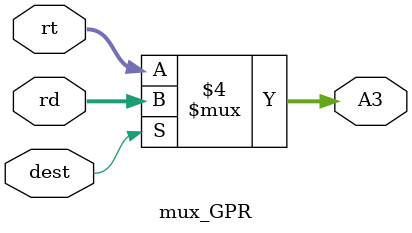
<source format=v>
`timescale 1ns / 1ps

module mux_GPR(
		input[4:0] rt, rd,
		input dest,
		output reg[4:0] A3
	);

	always @(rt or rd or dest)
		if (dest == 1) A3 = rd; else A3 = rt;
endmodule
</source>
